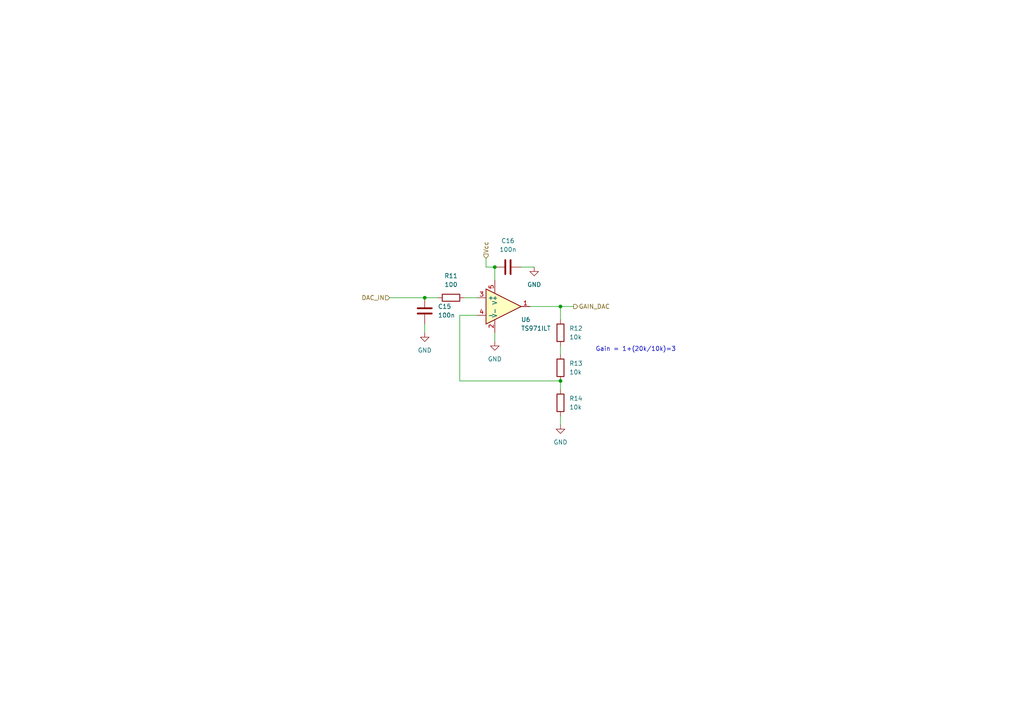
<source format=kicad_sch>
(kicad_sch (version 20210621) (generator eeschema)
  (paper "A4")
  (lib_symbols
    (symbol "Device:C" (pin_numbers hide) (pin_names (offset 0.254))
      (property "Reference" "C" (at 0.635 2.54 0))
      (property "Value" "C" (at 0.635 -2.54 0))
      (symbol "C_0_1"
        (polyline (pts (xy -2.032 -0.762) (xy 2.032 -0.762)) (stroke (width 0.508)))
        (polyline (pts (xy -2.032 0.762) (xy 2.032 0.762)) (stroke (width 0.508)))
      )
      (symbol "C_1_1"
        (pin passive line (at 0 3.81 270) (length 2.794) (name "~") (number "1"))
        (pin passive line (at 0 -3.81 90) (length 2.794) (name "~") (number "2"))
      )
    )
    (symbol "Device:R" (pin_numbers hide) (pin_names (offset 0))
      (property "Reference" "R" (at 2.032 0 90))
      (property "Value" "R" (at 0 0 90))
      (symbol "R_0_1"
        (rectangle (start -1.016 -2.54) (end 1.016 2.54) (stroke (width 0.254)))
      )
      (symbol "R_1_1"
        (pin passive line (at 0 3.81 270) (length 1.27) (name "~") (number "1"))
        (pin passive line (at 0 -3.81 90) (length 1.27) (name "~") (number "2"))
      )
    )
    (symbol "User_library:TS971ILT"
      (property "Reference" "U" (at 3.81 6.35 0))
      (property "Value" "TS971ILT" (at 0 0 0))
      (symbol "TS971ILT_0_1"
        (polyline (pts (xy 5.08 0) (xy -5.08 5.08) (xy -5.08 -5.08) (xy 5.08 0)) (stroke (width 0.254)) (fill (type background)))
      )
      (symbol "TS971ILT_1_1"
        (pin output line (at 7.62 0 180) (length 2.54) (name "~") (number "1"))
        (pin power_in line (at -2.54 -7.62 90) (length 3.81) (name "V-") (number "2"))
        (pin input line (at -7.62 2.54 0) (length 2.54) (name "+") (number "3"))
        (pin input line (at -7.62 -2.54 0) (length 2.54) (name "-") (number "4"))
        (pin power_in line (at -2.54 7.62 270) (length 3.81) (name "V+") (number "5"))
      )
    )
    (symbol "power:GND" (power) (pin_names (offset 0))
      (property "Value" "GND" (at 0 -3.81 0))
      (symbol "GND_0_1"
        (polyline (pts (xy 0 0) (xy 0 -1.27) (xy 1.27 -1.27) (xy 0 -2.54) (xy -1.27 -1.27) (xy 0 -1.27)))
      )
      (symbol "GND_1_1"
        (pin power_in line (at 0 0 270) (length 0) hide (name "GND") (number "1"))
      )
    )
  )
  (junction (at 123.19 86.36))
  (junction (at 143.51 77.47))
  (junction (at 162.56 88.9))
  (junction (at 162.56 110.49))
  (wire (pts (xy 113.03 86.36) (xy 123.19 86.36)))
  (wire (pts (xy 123.19 86.36) (xy 127 86.36)))
  (wire (pts (xy 123.19 93.98) (xy 123.19 96.52)))
  (wire (pts (xy 133.35 91.44) (xy 138.43 91.44)))
  (wire (pts (xy 133.35 110.49) (xy 133.35 91.44)))
  (wire (pts (xy 134.62 86.36) (xy 138.43 86.36)))
  (wire (pts (xy 140.97 74.93) (xy 140.97 77.47)))
  (wire (pts (xy 140.97 77.47) (xy 143.51 77.47)))
  (wire (pts (xy 143.51 77.47) (xy 143.51 81.28)))
  (wire (pts (xy 143.51 96.52) (xy 143.51 99.06)))
  (wire (pts (xy 151.13 77.47) (xy 154.94 77.47)))
  (wire (pts (xy 153.67 88.9) (xy 162.56 88.9)))
  (wire (pts (xy 162.56 88.9) (xy 162.56 92.71)))
  (wire (pts (xy 162.56 88.9) (xy 166.37 88.9)))
  (wire (pts (xy 162.56 100.33) (xy 162.56 102.87)))
  (wire (pts (xy 162.56 110.49) (xy 133.35 110.49)))
  (wire (pts (xy 162.56 110.49) (xy 162.56 113.03)))
  (wire (pts (xy 162.56 120.65) (xy 162.56 123.19)))
  (text "Gain = 1+(20k/10k)=3\n\n" (at 172.72 104.14 0) (effects (font (size 1.27 1.27)) (justify left bottom)))
  (hierarchical_label "DAC_IN" (shape input) (at 113.03 86.36 180))
  (hierarchical_label "Vcc" (shape input) (at 140.97 74.93 90))
  (hierarchical_label "GAIN_DAC" (shape output) (at 166.37 88.9 0))
  (symbol (lib_id "power:GND") (at 123.19 96.52 0)
    (property "Reference" "#PWR038" (effects hide))
    (property "Value" "GND" (at 123.19 101.6 0))
  )
  (symbol (lib_id "power:GND") (at 143.51 99.06 0)
    (property "Reference" "#PWR039" (effects hide))
    (property "Value" "GND" (at 143.51 104.14 0))
  )
  (symbol (lib_id "power:GND") (at 154.94 77.47 0)
    (property "Reference" "#PWR040" (effects hide))
    (property "Value" "GND" (at 154.94 82.55 0))
  )
  (symbol (lib_id "power:GND") (at 162.56 123.19 0)
    (property "Reference" "#PWR041" (effects hide))
    (property "Value" "GND" (at 162.56 128.27 0))
  )
  (symbol (lib_id "Device:R") (at 130.81 86.36 90)
    (property "Reference" "R11" (at 130.81 80.01 90))
    (property "Value" "100" (at 130.81 82.55 90))
    (property "Footprint" "Resistor_SMD:R_01005_0402Metric" (effects hide))
  )
  (symbol (lib_id "Device:R") (at 162.56 96.52 0)
    (property "Reference" "R12" (at 165.1 95.2499 0) (effects (justify left)))
    (property "Value" "10k" (at 165.1 97.7899 0) (effects (justify left)))
    (property "Footprint" "Resistor_SMD:R_01005_0402Metric" (effects hide))
  )
  (symbol (lib_id "Device:R") (at 162.56 106.68 0)
    (property "Reference" "R13" (at 165.1 105.4099 0) (effects (justify left)))
    (property "Value" "10k" (at 165.1 107.9499 0) (effects (justify left)))
    (property "Footprint" "Resistor_SMD:R_01005_0402Metric" (effects hide))
  )
  (symbol (lib_id "Device:R") (at 162.56 116.84 0)
    (property "Reference" "R14" (at 165.1 115.5699 0) (effects (justify left)))
    (property "Value" "10k" (at 165.1 118.1099 0) (effects (justify left)))
    (property "Footprint" "Resistor_SMD:R_01005_0402Metric" (effects hide))
  )
  (symbol (lib_id "Device:C") (at 123.19 90.17 180)
    (property "Reference" "C15" (at 127 88.8999 0) (effects (justify right)))
    (property "Value" "100n" (at 127 91.4399 0) (effects (justify right)))
    (property "Footprint" "Capacitor_SMD:C_0402_1005Metric" (effects hide))
  )
  (symbol (lib_id "Device:C") (at 147.32 77.47 90)
    (property "Reference" "C16" (at 147.32 69.85 90))
    (property "Value" "100n" (at 147.32 72.39 90))
    (property "Footprint" "Capacitor_SMD:C_0402_1005Metric" (effects hide))
  )
  (symbol (lib_id "User_library:TS971ILT") (at 146.05 88.9 0)
    (property "Reference" "U6" (at 151.13 92.7099 0) (effects (justify left)))
    (property "Value" "TS971ILT" (at 151.13 95.2499 0) (effects (justify left)))
    (property "Footprint" "Package_TO_SOT_SMD:SOT-23-5" (effects hide))
  )
)
</source>
